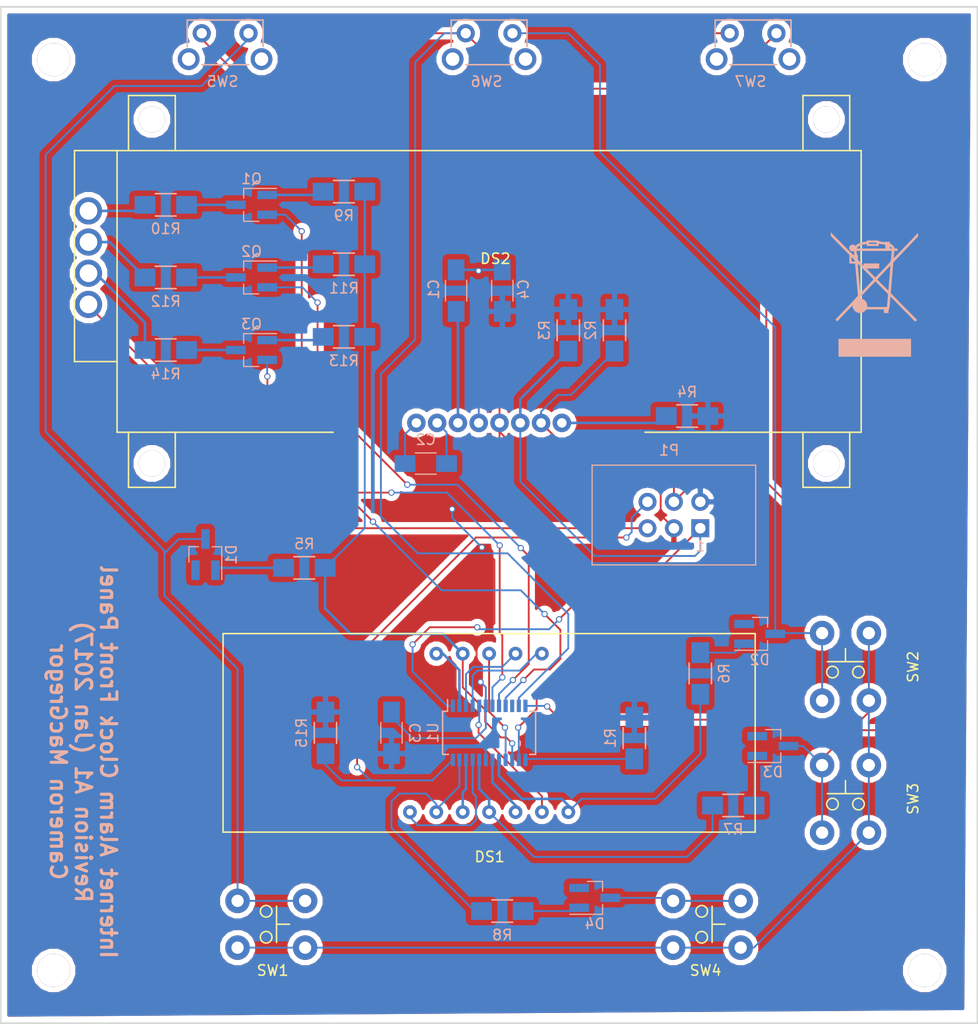
<source format=kicad_pcb>
(kicad_pcb (version 4) (host pcbnew 4.0.5)
  (title_block (title "Alarm Clock Front Panel") (rev A1))
  (layers (0 F.Cu power) (31 B.Cu power) (34 B.Paste user) (35 F.Paste user) (36 B.SilkS user) (37 F.SilkS user) (38 B.Mask user) (39 F.Mask user) (44 Edge.Cuts user))
  (net 0 "")
  (net 1 "Net-(C1-Pad1)")
  (net 2 GND)
  (net 3 "Net-(C2-Pad1)")
  (net 4 "Net-(C2-Pad2)")
  (net 5 +3V3)
  (net 6 "Net-(D1-Pad1)")
  (net 7 "Net-(D1-Pad3)")
  (net 8 "Net-(D2-Pad1)")
  (net 9 "Net-(D2-Pad3)")
  (net 10 "Net-(D3-Pad1)")
  (net 11 "Net-(D3-Pad3)")
  (net 12 "Net-(D4-Pad1)")
  (net 13 "Net-(D4-Pad3)")
  (net 14 /DIG0)
  (net 15 /DIG2)
  (net 16 /SEGA)
  (net 17 /DIG1)
  (net 18 /SEGF)
  (net 19 /SEGE)
  (net 20 /SEGB)
  (net 21 /SEGD)
  (net 22 /DIG3)
  (net 23 /SEGDP)
  (net 24 /SEGG)
  (net 25 /SEGC)
  (net 26 /K-R)
  (net 27 +5V)
  (net 28 "Net-(DS2-Pad1)")
  (net 29 SCL)
  (net 30 SDA)
  (net 31 /K-G)
  (net 32 /K-B)
  (net 33 BUTTONS_IRQ)
  (net 34 "Net-(Q1-Pad1)")
  (net 35 /DIG4)
  (net 36 "Net-(Q1-Pad3)")
  (net 37 "Net-(Q2-Pad1)")
  (net 38 /DIG5)
  (net 39 "Net-(Q2-Pad3)")
  (net 40 "Net-(Q3-Pad1)")
  (net 41 /DIG6)
  (net 42 "Net-(Q3-Pad3)")
  (net 43 "Net-(R1-Pad2)")
  (net 44 /KEYB)
  (net 45 /KEYA)
  (net 46 "Net-(U1-Pad10)")
  (module Capacitors_SMD:C_1206_HandSoldering (layer B.Cu) (at 80.645 46.355 90)
    (fp_text reference C1 (at 0.127 -2.159 90) (layer B.SilkS) (effects (justify mirror)))
    (fp_text value 1uF)
    (pad 1 smd rect (at -2 0 90) (size 2 1.6) (layers B.Cu B.Paste B.Mask) (net 1 "Net-(C1-Pad1)"))
    (pad 2 smd rect (at 2 0 90) (size 2 1.6) (layers B.Cu B.Paste B.Mask) (net 2 GND))
  )
  (module Capacitors_SMD:C_1206_HandSoldering (layer B.Cu) (at 77.724 62.992 180)
    (fp_text reference C2 (at 0 2.3 180) (layer B.SilkS) (effects (justify mirror)))
    (fp_text value 1uF)
    (pad 1 smd rect (at -2 0 180) (size 2 1.6) (layers B.Cu B.Paste B.Mask) (net 3 "Net-(C2-Pad1)"))
    (pad 2 smd rect (at 2 0 180) (size 2 1.6) (layers B.Cu B.Paste B.Mask) (net 4 "Net-(C2-Pad2)"))
  )
  (module Capacitors_SMD:C_1206_HandSoldering (layer B.Cu) (at 74.422 88.9 90)
    (fp_text reference C3 (at 0 2.3 90) (layer B.SilkS) (effects (justify mirror)))
    (fp_text value 10uF)
    (pad 1 smd rect (at -2 0 90) (size 2 1.6) (layers B.Cu B.Paste B.Mask) (net 5 +3V3))
    (pad 2 smd rect (at 2 0 90) (size 2 1.6) (layers B.Cu B.Paste B.Mask) (net 2 GND))
  )
  (module Capacitors_SMD:C_1206_HandSoldering (layer B.Cu) (at 85.09 46.355 270)
    (fp_text reference C4 (at -0.127 -2.032 270) (layer B.SilkS) (effects (justify mirror)))
    (fp_text value 1uF)
    (pad 1 smd rect (at -2 0 270) (size 2 1.6) (layers B.Cu B.Paste B.Mask) (net 2 GND))
    (pad 2 smd rect (at 2 0 270) (size 2 1.6) (layers B.Cu B.Paste B.Mask) (net 5 +3V3))
  )
  (module TO_SOT_Packages_SMD:SOT-23_Handsoldering (layer B.Cu) (at 56.515 71.755 90)
    (fp_text reference D1 (at 0 2.5 90) (layer B.SilkS) (effects (justify mirror)))
    (fp_text value Diode)
    (pad 1 smd rect (at -1.5 0.95 90) (size 1.9 0.8) (layers B.Cu B.Paste B.Mask) (net 6 "Net-(D1-Pad1)"))
    (pad 2 smd rect (at -1.5 -0.95 90) (size 1.9 0.8) (layers B.Cu B.Paste B.Mask))
    (pad 3 smd rect (at 1.5 0 90) (size 1.9 0.8) (layers B.Cu B.Paste B.Mask) (net 7 "Net-(D1-Pad3)"))
  )
  (module TO_SOT_Packages_SMD:SOT-23_Handsoldering (layer B.Cu) (at 109.855 79.375)
    (fp_text reference D2 (at 0 2.5) (layer B.SilkS) (effects (justify mirror)))
    (fp_text value Diode)
    (pad 1 smd rect (at -1.5 0.95) (size 1.9 0.8) (layers B.Cu B.Paste B.Mask) (net 8 "Net-(D2-Pad1)"))
    (pad 2 smd rect (at -1.5 -0.95) (size 1.9 0.8) (layers B.Cu B.Paste B.Mask))
    (pad 3 smd rect (at 1.5 0) (size 1.9 0.8) (layers B.Cu B.Paste B.Mask) (net 9 "Net-(D2-Pad3)"))
  )
  (module TO_SOT_Packages_SMD:SOT-23_Handsoldering (layer B.Cu) (at 111.125 90.17)
    (fp_text reference D3 (at 0 2.5) (layer B.SilkS) (effects (justify mirror)))
    (fp_text value Diode)
    (pad 1 smd rect (at -1.5 0.95) (size 1.9 0.8) (layers B.Cu B.Paste B.Mask) (net 10 "Net-(D3-Pad1)"))
    (pad 2 smd rect (at -1.5 -0.95) (size 1.9 0.8) (layers B.Cu B.Paste B.Mask))
    (pad 3 smd rect (at 1.5 0) (size 1.9 0.8) (layers B.Cu B.Paste B.Mask) (net 11 "Net-(D3-Pad3)"))
  )
  (module TO_SOT_Packages_SMD:SOT-23_Handsoldering (layer B.Cu) (at 93.98 104.775)
    (fp_text reference D4 (at 0 2.5) (layer B.SilkS) (effects (justify mirror)))
    (fp_text value Diode)
    (pad 1 smd rect (at -1.5 0.95) (size 1.9 0.8) (layers B.Cu B.Paste B.Mask) (net 12 "Net-(D4-Pad1)"))
    (pad 2 smd rect (at -1.5 -0.95) (size 1.9 0.8) (layers B.Cu B.Paste B.Mask))
    (pad 3 smd rect (at 1.5 0) (size 1.9 0.8) (layers B.Cu B.Paste B.Mask) (net 13 "Net-(D4-Pad3)"))
  )
  (module alarmclockfrontpanel_footprints:HDSP-B03E (layer F.Cu) (at 83.82 88.9)
    (fp_text reference DS1 (at 0.05 11.93) (layer F.SilkS))
    (fp_text value HDSP-B03E)
    (pad 12 thru_hole circle (at -5.08 -7.62) (size 1.3208 1.3208) (drill 0.6604) (layers *.Cu *.Mask) (net 14 /DIG0))
    (pad 8 thru_hole circle (at 5.08 -7.62) (size 1.3208 1.3208) (drill 0.6604) (layers *.Cu *.Mask) (net 15 /DIG2))
    (pad 11 thru_hole circle (at -2.54 -7.62) (size 1.3208 1.3208) (drill 0.6604) (layers *.Cu *.Mask) (net 16 /SEGA))
    (pad 9 thru_hole circle (at 2.54 -7.62) (size 1.3208 1.3208) (drill 0.6604) (layers *.Cu *.Mask) (net 17 /DIG1))
    (pad 10 thru_hole circle (at 0 -7.62) (size 1.3208 1.3208) (drill 0.6604) (layers *.Cu *.Mask) (net 18 /SEGF))
    (pad 1 thru_hole circle (at -7.62 7.62) (size 1.3208 1.3208) (drill 0.6604) (layers *.Cu *.Mask) (net 19 /SEGE))
    (pad 7 thru_hole circle (at 7.62 7.62) (size 1.3208 1.3208) (drill 0.6604) (layers *.Cu *.Mask) (net 20 /SEGB))
    (pad 2 thru_hole circle (at -5.08 7.62) (size 1.3208 1.3208) (drill 0.6604) (layers *.Cu *.Mask) (net 21 /SEGD))
    (pad 6 thru_hole circle (at 5.08 7.62) (size 1.3208 1.3208) (drill 0.6604) (layers *.Cu *.Mask) (net 22 /DIG3))
    (pad 3 thru_hole circle (at -2.54 7.62) (size 1.3208 1.3208) (drill 0.6604) (layers *.Cu *.Mask) (net 23 /SEGDP))
    (pad 5 thru_hole circle (at 2.54 7.62) (size 1.3208 1.3208) (drill 0.6604) (layers *.Cu *.Mask) (net 24 /SEGG))
    (pad 4 thru_hole circle (at 0 7.62) (size 1.3208 1.3208) (drill 0.6604) (layers *.Cu *.Mask) (net 25 /SEGC))
  )
  (module "alarmclockfrontpanel_footprints:NHD-C0220BIZ-FS(RGB)-FBW-3VM" (layer F.Cu) (at 83.82 43.18)
    (fp_text reference DS2 (at 0.6 0.1) (layer F.SilkS))
    (fp_text value NHD-C0220BiZ-)
    (pad "" thru_hole circle (at 32.45 -13.3) (size 2.5273 2.5273) (drill 2.5273) (layers *.Cu *.Mask))
    (pad "" thru_hole circle (at 32.45 19.8) (size 2.5273 2.5273) (drill 2.5273) (layers *.Cu *.Mask))
    (pad "" thru_hole circle (at -32.45 19.8) (size 2.5273 2.5273) (drill 2.5273) (layers *.Cu *.Mask))
    (pad 10 thru_hole circle (at -38.55 -4.5) (size 2.6162 2.6162) (drill 1.7018) (layers *.Cu *.Mask) (net 26 /K-R))
    (pad 9 thru_hole circle (at -38.55 4.5) (size 2.6162 2.6162) (drill 1.7018) (layers *.Cu *.Mask) (net 27 +5V))
    (pad 1 thru_hole circle (at 7 15.9) (size 1.778 1.778) (drill 0.9144) (layers *.Cu *.Mask) (net 28 "Net-(DS2-Pad1)"))
    (pad 2 thru_hole circle (at 5 15.9) (size 1.778 1.778) (drill 0.9144) (layers *.Cu *.Mask) (net 29 SCL))
    (pad 3 thru_hole circle (at 3 15.9) (size 1.778 1.778) (drill 0.9144) (layers *.Cu *.Mask) (net 30 SDA))
    (pad 4 thru_hole circle (at 1 15.9) (size 1.778 1.778) (drill 0.9144) (layers *.Cu *.Mask) (net 2 GND))
    (pad 5 thru_hole circle (at -1 15.9) (size 1.778 1.778) (drill 0.9144) (layers *.Cu *.Mask) (net 5 +3V3))
    (pad 6 thru_hole circle (at -3 15.9) (size 1.778 1.778) (drill 0.9144) (layers *.Cu *.Mask) (net 1 "Net-(C1-Pad1)"))
    (pad 7 thru_hole circle (at -5 15.9) (size 1.778 1.778) (drill 0.9144) (layers *.Cu *.Mask) (net 3 "Net-(C2-Pad1)"))
    (pad 8 thru_hole circle (at -7 15.9) (size 1.778 1.778) (drill 0.9144) (layers *.Cu *.Mask) (net 4 "Net-(C2-Pad2)"))
    (pad 11 thru_hole circle (at -38.55 -1.5) (size 2.6162 2.6162) (drill 1.7018) (layers *.Cu *.Mask) (net 31 /K-G))
    (pad 12 thru_hole circle (at -38.55 1.5) (size 2.6162 2.6162) (drill 1.7018) (layers *.Cu *.Mask) (net 32 /K-B))
    (pad "" thru_hole circle (at -32.45 -13.3) (size 2.5273 2.5273) (drill 2.5273) (layers *.Cu *.Mask))
  )
  (module Connectors:IDC_Header_Straight_6pins (layer B.Cu) (at 104.14 69.215 180)
    (fp_text reference P1 (at 3 7.5 180) (layer B.SilkS) (effects (justify mirror)))
    (fp_text value CONN_01X06)
    (fp_text user 1 (at 0.02 -1.72 180) (layer B.SilkS) (effects (font (thickness 0.12)) (justify mirror)))
    (pad 1 thru_hole rect (at 0 0 180) (size 1.7272 1.7272) (drill 1.016) (layers *.Cu *.Mask) (net 30 SDA))
    (pad 2 thru_hole oval (at 0 2.54 180) (size 1.7272 1.7272) (drill 1.016) (layers *.Cu *.Mask) (net 5 +3V3))
    (pad 3 thru_hole oval (at 2.54 0 180) (size 1.7272 1.7272) (drill 1.016) (layers *.Cu *.Mask) (net 2 GND))
    (pad 4 thru_hole oval (at 2.54 2.54 180) (size 1.7272 1.7272) (drill 1.016) (layers *.Cu *.Mask) (net 29 SCL))
    (pad 5 thru_hole oval (at 5.08 0 180) (size 1.7272 1.7272) (drill 1.016) (layers *.Cu *.Mask) (net 27 +5V))
    (pad 6 thru_hole oval (at 5.08 2.54 180) (size 1.7272 1.7272) (drill 1.016) (layers *.Cu *.Mask) (net 33 BUTTONS_IRQ))
  )
  (module TO_SOT_Packages_SMD:SOT-23_Handsoldering (layer B.Cu) (at 60.96 38.1 180)
    (fp_text reference Q1 (at 0 2.5 180) (layer B.SilkS) (effects (justify mirror)))
    (fp_text value Q_NPN_BEC)
    (pad 1 smd rect (at -1.5 0.95 180) (size 1.9 0.8) (layers B.Cu B.Paste B.Mask) (net 34 "Net-(Q1-Pad1)"))
    (pad 2 smd rect (at -1.5 -0.95 180) (size 1.9 0.8) (layers B.Cu B.Paste B.Mask) (net 35 /DIG4))
    (pad 3 smd rect (at 1.5 0 180) (size 1.9 0.8) (layers B.Cu B.Paste B.Mask) (net 36 "Net-(Q1-Pad3)"))
  )
  (module TO_SOT_Packages_SMD:SOT-23_Handsoldering (layer B.Cu) (at 60.96 45.085 180)
    (fp_text reference Q2 (at 0 2.5 180) (layer B.SilkS) (effects (justify mirror)))
    (fp_text value Q_NPN_BEC)
    (pad 1 smd rect (at -1.5 0.95 180) (size 1.9 0.8) (layers B.Cu B.Paste B.Mask) (net 37 "Net-(Q2-Pad1)"))
    (pad 2 smd rect (at -1.5 -0.95 180) (size 1.9 0.8) (layers B.Cu B.Paste B.Mask) (net 38 /DIG5))
    (pad 3 smd rect (at 1.5 0 180) (size 1.9 0.8) (layers B.Cu B.Paste B.Mask) (net 39 "Net-(Q2-Pad3)"))
  )
  (module TO_SOT_Packages_SMD:SOT-23_Handsoldering (layer B.Cu) (at 60.96 52.07 180)
    (fp_text reference Q3 (at 0 2.5 180) (layer B.SilkS) (effects (justify mirror)))
    (fp_text value Q_NPN_BEC)
    (pad 1 smd rect (at -1.5 0.95 180) (size 1.9 0.8) (layers B.Cu B.Paste B.Mask) (net 40 "Net-(Q3-Pad1)"))
    (pad 2 smd rect (at -1.5 -0.95 180) (size 1.9 0.8) (layers B.Cu B.Paste B.Mask) (net 41 /DIG6))
    (pad 3 smd rect (at 1.5 0 180) (size 1.9 0.8) (layers B.Cu B.Paste B.Mask) (net 42 "Net-(Q3-Pad3)"))
  )
  (module Resistors_SMD:R_1206_HandSoldering (layer B.Cu) (at 97.79 89.408 270)
    (fp_text reference R1 (at 0 2.3 270) (layer B.SilkS) (effects (justify mirror)))
    (fp_text value 27.4k)
    (pad 1 smd rect (at -2 0 270) (size 2 1.7) (layers B.Cu B.Paste B.Mask) (net 5 +3V3))
    (pad 2 smd rect (at 2 0 270) (size 2 1.7) (layers B.Cu B.Paste B.Mask) (net 43 "Net-(R1-Pad2)"))
  )
  (module Resistors_SMD:R_1206_HandSoldering (layer B.Cu) (at 95.885 50.165 270)
    (fp_text reference R2 (at 0 2.3 270) (layer B.SilkS) (effects (justify mirror)))
    (fp_text value 10k)
    (pad 1 smd rect (at -2 0 270) (size 2 1.7) (layers B.Cu B.Paste B.Mask) (net 5 +3V3))
    (pad 2 smd rect (at 2 0 270) (size 2 1.7) (layers B.Cu B.Paste B.Mask) (net 29 SCL))
  )
  (module Resistors_SMD:R_1206_HandSoldering (layer B.Cu) (at 91.44 50.165 270)
    (fp_text reference R3 (at 0 2.3 270) (layer B.SilkS) (effects (justify mirror)))
    (fp_text value 10k)
    (pad 1 smd rect (at -2 0 270) (size 2 1.7) (layers B.Cu B.Paste B.Mask) (net 5 +3V3))
    (pad 2 smd rect (at 2 0 270) (size 2 1.7) (layers B.Cu B.Paste B.Mask) (net 30 SDA))
  )
  (module Resistors_SMD:R_1206_HandSoldering (layer B.Cu) (at 102.87 58.42 180)
    (fp_text reference R4 (at 0 2.3 180) (layer B.SilkS) (effects (justify mirror)))
    (fp_text value 10k)
    (pad 1 smd rect (at -2 0 180) (size 2 1.7) (layers B.Cu B.Paste B.Mask) (net 5 +3V3))
    (pad 2 smd rect (at 2 0 180) (size 2 1.7) (layers B.Cu B.Paste B.Mask) (net 28 "Net-(DS2-Pad1)"))
  )
  (module Resistors_SMD:R_1206_HandSoldering (layer B.Cu) (at 66.04 73.025 180)
    (fp_text reference R5 (at 0 2.3 180) (layer B.SilkS) (effects (justify mirror)))
    (fp_text value 130)
    (pad 1 smd rect (at -2 0 180) (size 2 1.7) (layers B.Cu B.Paste B.Mask) (net 16 /SEGA))
    (pad 2 smd rect (at 2 0 180) (size 2 1.7) (layers B.Cu B.Paste B.Mask) (net 6 "Net-(D1-Pad1)"))
  )
  (module Resistors_SMD:R_1206_HandSoldering (layer B.Cu) (at 104.14 83.185 90)
    (fp_text reference R6 (at 0 2.3 90) (layer B.SilkS) (effects (justify mirror)))
    (fp_text value 130)
    (pad 1 smd rect (at -2 0 90) (size 2 1.7) (layers B.Cu B.Paste B.Mask) (net 20 /SEGB))
    (pad 2 smd rect (at 2 0 90) (size 2 1.7) (layers B.Cu B.Paste B.Mask) (net 8 "Net-(D2-Pad1)"))
  )
  (module Resistors_SMD:R_1206_HandSoldering (layer B.Cu) (at 107.315 95.885)
    (fp_text reference R7 (at 0 2.3) (layer B.SilkS) (effects (justify mirror)))
    (fp_text value 130)
    (pad 1 smd rect (at -2 0) (size 2 1.7) (layers B.Cu B.Paste B.Mask) (net 25 /SEGC))
    (pad 2 smd rect (at 2 0) (size 2 1.7) (layers B.Cu B.Paste B.Mask) (net 10 "Net-(D3-Pad1)"))
  )
  (module Resistors_SMD:R_1206_HandSoldering (layer B.Cu) (at 85.09 106.045)
    (fp_text reference R8 (at 0 2.3) (layer B.SilkS) (effects (justify mirror)))
    (fp_text value 130)
    (pad 1 smd rect (at -2 0) (size 2 1.7) (layers B.Cu B.Paste B.Mask) (net 21 /SEGD))
    (pad 2 smd rect (at 2 0) (size 2 1.7) (layers B.Cu B.Paste B.Mask) (net 12 "Net-(D4-Pad1)"))
  )
  (module Resistors_SMD:R_1206_HandSoldering (layer B.Cu) (at 69.85 36.83)
    (fp_text reference R9 (at 0 2.3) (layer B.SilkS) (effects (justify mirror)))
    (fp_text value 130)
    (pad 1 smd rect (at -2 0) (size 2 1.7) (layers B.Cu B.Paste B.Mask) (net 34 "Net-(Q1-Pad1)"))
    (pad 2 smd rect (at 2 0) (size 2 1.7) (layers B.Cu B.Paste B.Mask) (net 16 /SEGA))
  )
  (module Resistors_SMD:R_1206_HandSoldering (layer B.Cu) (at 52.705 38.1)
    (fp_text reference R10 (at 0 2.3) (layer B.SilkS) (effects (justify mirror)))
    (fp_text value 287)
    (pad 1 smd rect (at -2 0) (size 2 1.7) (layers B.Cu B.Paste B.Mask) (net 26 /K-R))
    (pad 2 smd rect (at 2 0) (size 2 1.7) (layers B.Cu B.Paste B.Mask) (net 36 "Net-(Q1-Pad3)"))
  )
  (module Resistors_SMD:R_1206_HandSoldering (layer B.Cu) (at 69.85 43.815)
    (fp_text reference R11 (at 0 2.3) (layer B.SilkS) (effects (justify mirror)))
    (fp_text value 130)
    (pad 1 smd rect (at -2 0) (size 2 1.7) (layers B.Cu B.Paste B.Mask) (net 37 "Net-(Q2-Pad1)"))
    (pad 2 smd rect (at 2 0) (size 2 1.7) (layers B.Cu B.Paste B.Mask) (net 16 /SEGA))
  )
  (module Resistors_SMD:R_1206_HandSoldering (layer B.Cu) (at 52.705 45.085)
    (fp_text reference R12 (at 0 2.3) (layer B.SilkS) (effects (justify mirror)))
    (fp_text value 165)
    (pad 1 smd rect (at -2 0) (size 2 1.7) (layers B.Cu B.Paste B.Mask) (net 31 /K-G))
    (pad 2 smd rect (at 2 0) (size 2 1.7) (layers B.Cu B.Paste B.Mask) (net 39 "Net-(Q2-Pad3)"))
  )
  (module Resistors_SMD:R_1206_HandSoldering (layer B.Cu) (at 69.85 50.8)
    (fp_text reference R13 (at 0 2.3) (layer B.SilkS) (effects (justify mirror)))
    (fp_text value 130)
    (pad 1 smd rect (at -2 0) (size 2 1.7) (layers B.Cu B.Paste B.Mask) (net 40 "Net-(Q3-Pad1)"))
    (pad 2 smd rect (at 2 0) (size 2 1.7) (layers B.Cu B.Paste B.Mask) (net 16 /SEGA))
  )
  (module Resistors_SMD:R_1206_HandSoldering (layer B.Cu) (at 52.705 52.07)
    (fp_text reference R14 (at 0 2.3) (layer B.SilkS) (effects (justify mirror)))
    (fp_text value 200)
    (pad 1 smd rect (at -2 0) (size 2 1.7) (layers B.Cu B.Paste B.Mask) (net 32 /K-B))
    (pad 2 smd rect (at 2 0) (size 2 1.7) (layers B.Cu B.Paste B.Mask) (net 42 "Net-(Q3-Pad3)"))
  )
  (module Resistors_SMD:R_1206_HandSoldering (layer B.Cu) (at 68.072 88.9 270)
    (fp_text reference R15 (at 0 2.3 270) (layer B.SilkS) (effects (justify mirror)))
    (fp_text value 10k)
    (pad 1 smd rect (at -2 0 270) (size 2 1.7) (layers B.Cu B.Paste B.Mask) (net 5 +3V3))
    (pad 2 smd rect (at 2 0 270) (size 2 1.7) (layers B.Cu B.Paste B.Mask) (net 33 BUTTONS_IRQ))
  )
  (module alarmclockfrontpanel_footprints:TL1105SPF160Q (layer F.Cu) (at 62.865 107.315)
    (fp_text reference SW1 (at 0.127 4.445) (layer F.SilkS))
    (fp_text value LEFT)
    (pad 2 thru_hole circle (at 3.25 -2.25) (size 2.3622 2.3622) (drill 1.1811) (layers *.Cu *.Mask) (net 7 "Net-(D1-Pad3)"))
    (pad 1 thru_hole circle (at 3.25 2.25) (size 2.3622 2.3622) (drill 1.1811) (layers *.Cu *.Mask) (net 44 /KEYB))
    (pad 1 thru_hole circle (at -3.25 2.25) (size 2.3622 2.3622) (drill 1.1811) (layers *.Cu *.Mask) (net 44 /KEYB))
    (pad 2 thru_hole circle (at -3.25 -2.25) (size 2.3622 2.3622) (drill 1.1811) (layers *.Cu *.Mask) (net 7 "Net-(D1-Pad3)"))
  )
  (module alarmclockfrontpanel_footprints:TL1105SPF160Q (layer F.Cu) (at 118.11 82.55 90)
    (fp_text reference SW2 (at 0 6.5 90) (layer F.SilkS))
    (fp_text value UP)
    (pad 2 thru_hole circle (at 3.25 -2.25 90) (size 2.3622 2.3622) (drill 1.1811) (layers *.Cu *.Mask) (net 9 "Net-(D2-Pad3)"))
    (pad 1 thru_hole circle (at 3.25 2.25 90) (size 2.3622 2.3622) (drill 1.1811) (layers *.Cu *.Mask) (net 44 /KEYB))
    (pad 1 thru_hole circle (at -3.25 2.25 90) (size 2.3622 2.3622) (drill 1.1811) (layers *.Cu *.Mask) (net 44 /KEYB))
    (pad 2 thru_hole circle (at -3.25 -2.25 90) (size 2.3622 2.3622) (drill 1.1811) (layers *.Cu *.Mask) (net 9 "Net-(D2-Pad3)"))
  )
  (module alarmclockfrontpanel_footprints:TL1105SPF160Q (layer F.Cu) (at 118.11 95.25 90)
    (fp_text reference SW3 (at 0 6.5 90) (layer F.SilkS))
    (fp_text value DOWN)
    (pad 2 thru_hole circle (at 3.25 -2.25 90) (size 2.3622 2.3622) (drill 1.1811) (layers *.Cu *.Mask) (net 11 "Net-(D3-Pad3)"))
    (pad 1 thru_hole circle (at 3.25 2.25 90) (size 2.3622 2.3622) (drill 1.1811) (layers *.Cu *.Mask) (net 44 /KEYB))
    (pad 1 thru_hole circle (at -3.25 2.25 90) (size 2.3622 2.3622) (drill 1.1811) (layers *.Cu *.Mask) (net 44 /KEYB))
    (pad 2 thru_hole circle (at -3.25 -2.25 90) (size 2.3622 2.3622) (drill 1.1811) (layers *.Cu *.Mask) (net 11 "Net-(D3-Pad3)"))
  )
  (module alarmclockfrontpanel_footprints:TL1105SPF160Q (layer F.Cu) (at 104.775 107.315)
    (fp_text reference SW4 (at -0.127 4.445) (layer F.SilkS))
    (fp_text value RIGHT)
    (pad 2 thru_hole circle (at 3.25 -2.25) (size 2.3622 2.3622) (drill 1.1811) (layers *.Cu *.Mask) (net 13 "Net-(D4-Pad3)"))
    (pad 1 thru_hole circle (at 3.25 2.25) (size 2.3622 2.3622) (drill 1.1811) (layers *.Cu *.Mask) (net 44 /KEYB))
    (pad 1 thru_hole circle (at -3.25 2.25) (size 2.3622 2.3622) (drill 1.1811) (layers *.Cu *.Mask) (net 44 /KEYB))
    (pad 2 thru_hole circle (at -3.25 -2.25) (size 2.3622 2.3622) (drill 1.1811) (layers *.Cu *.Mask) (net 13 "Net-(D4-Pad3)"))
  )
  (module Buttons_Switches_THT:SW_Tactile_SPST_Angled (layer B.Cu) (at 60.66917 21.59 180)
    (fp_text reference SW5 (at 2.5 -4.65 180) (layer B.SilkS) (effects (justify mirror)))
    (fp_text value "WEATHER (GREEN)")
    (pad "" thru_hole circle (at 5.76 -2.49 180) (size 2.1 2.1) (drill 1.3) (layers *.Cu *.Mask))
    (pad 2 thru_hole circle (at 4.5 0 180) (size 1.75 1.75) (drill 0.99) (layers *.Cu *.Mask) (net 45 /KEYA))
    (pad 1 thru_hole circle (at 0 0 180) (size 1.75 1.75) (drill 0.99) (layers *.Cu *.Mask) (net 7 "Net-(D1-Pad3)"))
    (pad "" thru_hole circle (at -1.25 -2.49 180) (size 2.1 2.1) (drill 1.3) (layers *.Cu *.Mask))
  )
  (module Buttons_Switches_THT:SW_Tactile_SPST_Angled (layer B.Cu) (at 86.06917 21.59 180)
    (fp_text reference SW6 (at 2.5 -4.65 180) (layer B.SilkS) (effects (justify mirror)))
    (fp_text value "TIME (RED)")
    (pad "" thru_hole circle (at 5.76 -2.49 180) (size 2.1 2.1) (drill 1.3) (layers *.Cu *.Mask))
    (pad 2 thru_hole circle (at 4.5 0 180) (size 1.75 1.75) (drill 0.99) (layers *.Cu *.Mask) (net 45 /KEYA))
    (pad 1 thru_hole circle (at 0 0 180) (size 1.75 1.75) (drill 0.99) (layers *.Cu *.Mask) (net 9 "Net-(D2-Pad3)"))
    (pad "" thru_hole circle (at -1.25 -2.49 180) (size 2.1 2.1) (drill 1.3) (layers *.Cu *.Mask))
  )
  (module Buttons_Switches_THT:SW_Tactile_SPST_Angled (layer B.Cu) (at 111.46917 21.59 180)
    (fp_text reference SW7 (at 2.5 -4.65 180) (layer B.SilkS) (effects (justify mirror)))
    (fp_text value "TRANSIT (BLUE)")
    (pad "" thru_hole circle (at 5.76 -2.49 180) (size 2.1 2.1) (drill 1.3) (layers *.Cu *.Mask))
    (pad 2 thru_hole circle (at 4.5 0 180) (size 1.75 1.75) (drill 0.99) (layers *.Cu *.Mask) (net 45 /KEYA))
    (pad 1 thru_hole circle (at 0 0 180) (size 1.75 1.75) (drill 0.99) (layers *.Cu *.Mask) (net 11 "Net-(D3-Pad3)"))
    (pad "" thru_hole circle (at -1.25 -2.49 180) (size 2.1 2.1) (drill 1.3) (layers *.Cu *.Mask))
  )
  (module Housings_SSOP:SSOP-24_3.9x8.7mm_Pitch0.635mm (layer B.Cu) (at 83.82 88.9 270)
    (fp_text reference U1 (at 0 5.4 270) (layer B.SilkS) (effects (justify mirror)))
    (fp_text value AS1115)
    (pad 1 smd rect (at -2.6 3.4925 270) (size 1.2 0.4) (layers B.Cu B.Paste B.Mask) (net 30 SDA))
    (pad 2 smd rect (at -2.6 2.8575 270) (size 1.2 0.4) (layers B.Cu B.Paste B.Mask) (net 14 /DIG0))
    (pad 3 smd rect (at -2.6 2.2225 270) (size 1.2 0.4) (layers B.Cu B.Paste B.Mask) (net 17 /DIG1))
    (pad 4 smd rect (at -2.6 1.5875 270) (size 1.2 0.4) (layers B.Cu B.Paste B.Mask) (net 15 /DIG2))
    (pad 5 smd rect (at -2.6 0.9525 270) (size 1.2 0.4) (layers B.Cu B.Paste B.Mask) (net 22 /DIG3))
    (pad 6 smd rect (at -2.6 0.3175 270) (size 1.2 0.4) (layers B.Cu B.Paste B.Mask) (net 2 GND))
    (pad 7 smd rect (at -2.6 -0.3175 270) (size 1.2 0.4) (layers B.Cu B.Paste B.Mask) (net 35 /DIG4))
    (pad 8 smd rect (at -2.6 -0.9525 270) (size 1.2 0.4) (layers B.Cu B.Paste B.Mask) (net 38 /DIG5))
    (pad 9 smd rect (at -2.6 -1.5875 270) (size 1.2 0.4) (layers B.Cu B.Paste B.Mask) (net 41 /DIG6))
    (pad 10 smd rect (at -2.6 -2.2225 270) (size 1.2 0.4) (layers B.Cu B.Paste B.Mask) (net 46 "Net-(U1-Pad10)"))
    (pad 11 smd rect (at -2.6 -2.8575 270) (size 1.2 0.4) (layers B.Cu B.Paste B.Mask) (net 45 /KEYA))
    (pad 12 smd rect (at -2.6 -3.4925 270) (size 1.2 0.4) (layers B.Cu B.Paste B.Mask) (net 44 /KEYB))
    (pad 13 smd rect (at 2.6 -3.4925 270) (size 1.2 0.4) (layers B.Cu B.Paste B.Mask) (net 43 "Net-(R1-Pad2)"))
    (pad 14 smd rect (at 2.6 -2.8575 270) (size 1.2 0.4) (layers B.Cu B.Paste B.Mask) (net 29 SCL))
    (pad 15 smd rect (at 2.6 -2.2225 270) (size 1.2 0.4) (layers B.Cu B.Paste B.Mask) (net 16 /SEGA))
    (pad 16 smd rect (at 2.6 -1.5875 270) (size 1.2 0.4) (layers B.Cu B.Paste B.Mask) (net 18 /SEGF))
    (pad 17 smd rect (at 2.6 -0.9525 270) (size 1.2 0.4) (layers B.Cu B.Paste B.Mask) (net 20 /SEGB))
    (pad 18 smd rect (at 2.6 -0.3175 270) (size 1.2 0.4) (layers B.Cu B.Paste B.Mask) (net 24 /SEGG))
    (pad 19 smd rect (at 2.6 0.3175 270) (size 1.2 0.4) (layers B.Cu B.Paste B.Mask) (net 5 +3V3))
    (pad 20 smd rect (at 2.6 0.9525 270) (size 1.2 0.4) (layers B.Cu B.Paste B.Mask) (net 25 /SEGC))
    (pad 21 smd rect (at 2.6 1.5875 270) (size 1.2 0.4) (layers B.Cu B.Paste B.Mask) (net 19 /SEGE))
    (pad 22 smd rect (at 2.6 2.2225 270) (size 1.2 0.4) (layers B.Cu B.Paste B.Mask) (net 23 /SEGDP))
    (pad 23 smd rect (at 2.6 2.8575 270) (size 1.2 0.4) (layers B.Cu B.Paste B.Mask) (net 21 /SEGD))
    (pad 24 smd rect (at 2.6 3.4925 270) (size 1.2 0.4) (layers B.Cu B.Paste B.Mask) (net 33 BUTTONS_IRQ))
  )
  (module alarmclockfrontpanel_footprints:M3_screw_hole (layer F.Cu) (at 41.91 24.13)
    (fp_text reference REF** hide)
    (fp_text value M3_screw_hole hide)
    (pad "" thru_hole circle (at 0 0) (size 3.175 3.175) (drill 3.175) (layers *.Cu *.Mask))
  )
  (module alarmclockfrontpanel_footprints:M3_screw_hole (layer F.Cu) (at 125.73 24.13)
    (fp_text reference REF** hide)
    (fp_text value M3_screw_hole hide)
    (pad "" thru_hole circle (at 0 0) (size 3.175 3.175) (drill 3.175) (layers *.Cu *.Mask))
  )
  (module alarmclockfrontpanel_footprints:M3_screw_hole (layer F.Cu) (at 41.91 111.76)
    (fp_text reference REF** hide)
    (fp_text value M3_screw_hole hide)
    (pad "" thru_hole circle (at 0 0) (size 3.175 3.175) (drill 3.175) (layers *.Cu *.Mask))
  )
  (module alarmclockfrontpanel_footprints:M3_screw_hole (layer F.Cu) (at 125.73 111.76)
    (fp_text reference REF** hide)
    (fp_text value M3_screw_hole hide)
    (pad "" thru_hole circle (at 0 0) (size 3.175 3.175) (drill 3.175) (layers *.Cu *.Mask))
  )
  (module Symbols:WEEE-Logo_8.4x12mm_SilkScreen (layer B.Cu) (at 120.904 46.736 180)
    (fp_text reference REF*** hide)
    (fp_text value WEEE-Logo_8.4x12mm_SilkScreen hide)
  )
  (gr_text "Internet Alarm Clock Front Panel\nRevision A1 (Jan 2017)\nCameron MacGregor" (at 44.7675 91.694 270) (layer B.SilkS) (effects (font (size 1.5 1.5) (thickness 0.3)) (justify mirror)))
  (gr_line (start 36.83 116.84) (end 36.83 19.05) (angle 90) (layer Edge.Cuts) (width 0.15))
  (gr_line (start 130.81 116.84) (end 36.83 116.84) (angle 90) (layer Edge.Cuts) (width 0.15))
  (gr_line (start 130.81 19.05) (end 130.81 116.84) (angle 90) (layer Edge.Cuts) (width 0.15))
  (gr_line (start 36.83 19.05) (end 130.81 19.05) (angle 90) (layer Edge.Cuts) (width 0.15))
  (segment (start 80.82 59.08) (end 80.82 48.53) (width 0.25) (layer B.Cu) (net 1))
  (segment (start 80.82 48.53) (end 80.645 48.355) (width 0.25) (layer B.Cu) (net 1))
  (segment (start 83.5025 86.3) (end 83.5025 84.5185) (width 0.1778) (layer B.Cu) (net 2))
  (segment (start 83.5025 84.5185) (end 82.9945 84.0105) (width 0.1778) (layer B.Cu) (net 2))
  (via (at 82.9945 84.0105) (size 0.6) (drill 0.4) (layers F.Cu B.Cu) (net 2))
  (segment (start 82.9945 84.0105) (end 82.6135 83.6295) (width 0.1778) (layer F.Cu) (net 2))
  (segment (start 82.6135 83.6295) (end 82.6135 80.0735) (width 0.1778) (layer F.Cu) (net 2))
  (segment (start 82.6135 80.0735) (end 84.328 78.359) (width 0.1778) (layer F.Cu) (net 2))
  (segment (start 84.328 78.359) (end 84.328 72.263) (width 0.1778) (layer F.Cu) (net 2))
  (segment (start 84.328 72.263) (end 83.1215 71.0565) (width 0.1778) (layer F.Cu) (net 2))
  (via (at 83.1215 71.0565) (size 0.6) (drill 0.4) (layers F.Cu B.Cu) (net 2))
  (segment (start 83.1215 71.0565) (end 80.264 68.199) (width 0.1778) (layer B.Cu) (net 2))
  (segment (start 80.264 68.199) (end 80.264 67.3735) (width 0.1778) (layer B.Cu) (net 2))
  (via (at 80.264 67.3735) (size 0.6) (drill 0.4) (layers F.Cu B.Cu) (net 2))
  (segment (start 80.264 67.3735) (end 84.82 62.8175) (width 0.1778) (layer F.Cu) (net 2))
  (segment (start 84.82 62.8175) (end 84.82 59.08) (width 0.1778) (layer F.Cu) (net 2))
  (segment (start 84.82 59.08) (end 84.82 59.928) (width 0.1778) (layer F.Cu) (net 2))
  (segment (start 84.82 59.928) (end 88.0745 63.1825) (width 0.1778) (layer F.Cu) (net 2))
  (segment (start 88.0745 63.1825) (end 97.7265 63.1825) (width 0.1778) (layer F.Cu) (net 2))
  (segment (start 97.7265 63.1825) (end 100.33 65.786) (width 0.1778) (layer F.Cu) (net 2))
  (segment (start 100.33 65.786) (end 100.33 67.945) (width 0.1778) (layer F.Cu) (net 2))
  (segment (start 100.33 67.945) (end 101.6 69.215) (width 0.1778) (layer F.Cu) (net 2))
  (segment (start 101.6 69.215) (end 101.6 69.6595) (width 0.1778) (layer F.Cu) (net 2))
  (segment (start 84.82 59.08) (end 84.82 57.134) (width 0.1778) (layer F.Cu) (net 2))
  (segment (start 84.82 57.134) (end 82.804 55.118) (width 0.1778) (layer F.Cu) (net 2))
  (segment (start 82.804 55.118) (end 82.804 44.45) (width 0.1778) (layer F.Cu) (net 2))
  (via (at 82.804 44.45) (size 0.6) (drill 0.4) (layers F.Cu B.Cu) (net 2))
  (segment (start 82.804 44.45) (end 82.804 44.355) (width 0.1778) (layer B.Cu) (net 2))
  (segment (start 82.804 44.355) (end 82.804 44.45) (width 0.1778) (layer B.Cu) (net 2))
  (segment (start 82.804 44.45) (end 82.804 44.355) (width 0.1778) (layer B.Cu) (net 2))
  (segment (start 74.422 86.9) (end 74.422 87.376) (width 0.1778) (layer B.Cu) (net 2))
  (segment (start 74.422 87.376) (end 76.454 89.408) (width 0.1778) (layer B.Cu) (net 2))
  (segment (start 76.454 89.408) (end 82.55 89.408) (width 0.1778) (layer B.Cu) (net 2))
  (segment (start 82.55 89.408) (end 83.5025 88.4555) (width 0.1778) (layer B.Cu) (net 2))
  (segment (start 83.5025 88.4555) (end 83.5025 86.3) (width 0.1778) (layer B.Cu) (net 2))
  (segment (start 80.645 44.355) (end 82.804 44.355) (width 0.25) (layer B.Cu) (net 2))
  (segment (start 82.804 44.355) (end 85.09 44.355) (width 0.25) (layer B.Cu) (net 2))
  (segment (start 79.724 62.992) (end 79.724 59.984) (width 0.1778) (layer B.Cu) (net 3))
  (segment (start 79.724 59.984) (end 78.82 59.08) (width 0.1778) (layer B.Cu) (net 3))
  (segment (start 75.724 62.992) (end 75.724 60.176) (width 0.1778) (layer B.Cu) (net 4))
  (segment (start 75.724 60.176) (end 76.82 59.08) (width 0.1778) (layer B.Cu) (net 4))
  (segment (start 85.09 51.816) (end 85.09 48.355) (width 0.1778) (layer B.Cu) (net 5))
  (segment (start 82.82 54.086) (end 85.09 51.816) (width 0.1778) (layer B.Cu) (net 5))
  (segment (start 82.82 59.08) (end 82.82 54.086) (width 0.1778) (layer B.Cu) (net 5))
  (segment (start 74.422 90.9) (end 79.026 90.9) (width 0.1778) (layer B.Cu) (net 5))
  (segment (start 83.5025 90.6145) (end 83.5025 91.5) (width 0.1778) (layer B.Cu) (net 5))
  (segment (start 83.058 90.17) (end 83.5025 90.6145) (width 0.1778) (layer B.Cu) (net 5))
  (segment (start 79.756 90.17) (end 83.058 90.17) (width 0.1778) (layer B.Cu) (net 5))
  (segment (start 79.026 90.9) (end 79.756 90.17) (width 0.1778) (layer B.Cu) (net 5))
  (segment (start 85.28 48.165) (end 95.885 48.165) (width 0.25) (layer B.Cu) (net 5))
  (segment (start 64.04 73.025) (end 57.695 73.025) (width 0.25) (layer B.Cu) (net 6))
  (segment (start 57.695 73.025) (end 57.465 73.255) (width 0.25) (layer B.Cu) (net 6))
  (segment (start 59.615 105.065) (end 66.115 105.065) (width 0.1778) (layer B.Cu) (net 7))
  (segment (start 52.578 71.628) (end 52.578 71.374) (width 0.1778) (layer B.Cu) (net 7))
  (segment (start 52.578 71.374) (end 41.148 59.944) (width 0.1778) (layer B.Cu) (net 7))
  (segment (start 41.148 59.944) (end 41.148 33.274) (width 0.1778) (layer B.Cu) (net 7))
  (segment (start 41.148 33.274) (end 47.752 26.67) (width 0.1778) (layer B.Cu) (net 7))
  (segment (start 47.752 26.67) (end 56.134 26.67) (width 0.1778) (layer B.Cu) (net 7))
  (segment (start 56.134 26.67) (end 60.66917 22.13483) (width 0.1778) (layer B.Cu) (net 7))
  (segment (start 60.66917 22.13483) (end 60.66917 21.59) (width 0.1778) (layer B.Cu) (net 7))
  (segment (start 59.615 105.065) (end 59.615 82.729) (width 0.1778) (layer B.Cu) (net 7))
  (segment (start 53.951 70.255) (end 56.515 70.255) (width 0.1778) (layer B.Cu) (net 7))
  (segment (start 52.578 71.628) (end 53.951 70.255) (width 0.1778) (layer B.Cu) (net 7))
  (segment (start 52.578 75.692) (end 52.578 71.628) (width 0.1778) (layer B.Cu) (net 7))
  (segment (start 59.615 82.729) (end 52.578 75.692) (width 0.1778) (layer B.Cu) (net 7))
  (segment (start 104.14 81.185) (end 107.495 81.185) (width 0.1778) (layer B.Cu) (net 8))
  (segment (start 107.495 81.185) (end 108.355 80.325) (width 0.1778) (layer B.Cu) (net 8))
  (segment (start 111.355 79.375) (end 111.355 49.887) (width 0.1778) (layer B.Cu) (net 9))
  (segment (start 111.355 49.887) (end 94.488 33.02) (width 0.1778) (layer B.Cu) (net 9))
  (segment (start 94.488 33.02) (end 94.488 24.638) (width 0.1778) (layer B.Cu) (net 9))
  (segment (start 94.488 24.638) (end 91.44 21.59) (width 0.1778) (layer B.Cu) (net 9))
  (segment (start 91.44 21.59) (end 86.06917 21.59) (width 0.1778) (layer B.Cu) (net 9))
  (segment (start 115.86 79.3) (end 115.86 85.8) (width 0.1778) (layer B.Cu) (net 9))
  (segment (start 115.86 79.3) (end 111.43 79.3) (width 0.1778) (layer B.Cu) (net 9))
  (segment (start 111.43 79.3) (end 111.355 79.375) (width 0.1778) (layer B.Cu) (net 9))
  (segment (start 109.315 95.885) (end 109.315 91.43) (width 0.1778) (layer B.Cu) (net 10))
  (segment (start 109.315 91.43) (end 109.625 91.12) (width 0.1778) (layer B.Cu) (net 10))
  (segment (start 115.86 92) (end 115.86 91.404) (width 0.1778) (layer F.Cu) (net 11))
  (segment (start 115.86 91.404) (end 118.618 88.646) (width 0.1778) (layer F.Cu) (net 11))
  (segment (start 118.618 88.646) (end 121.158 88.646) (width 0.1778) (layer F.Cu) (net 11))
  (segment (start 121.158 88.646) (end 124.206 85.598) (width 0.1778) (layer F.Cu) (net 11))
  (segment (start 124.206 85.598) (end 124.206 78.486) (width 0.1778) (layer F.Cu) (net 11))
  (segment (start 124.206 78.486) (end 110.49 64.77) (width 0.1778) (layer F.Cu) (net 11))
  (segment (start 110.49 64.77) (end 110.49 22.56917) (width 0.1778) (layer F.Cu) (net 11))
  (segment (start 110.49 22.56917) (end 111.46917 21.59) (width 0.1778) (layer F.Cu) (net 11))
  (segment (start 115.86 98.5) (end 115.86 92) (width 0.1778) (layer B.Cu) (net 11))
  (segment (start 115.86 92) (end 114.03 90.17) (width 0.1778) (layer B.Cu) (net 11))
  (segment (start 114.03 90.17) (end 112.625 90.17) (width 0.1778) (layer B.Cu) (net 11))
  (segment (start 87.09 106.045) (end 92.16 106.045) (width 0.1778) (layer B.Cu) (net 12))
  (segment (start 92.16 106.045) (end 92.48 105.725) (width 0.1778) (layer B.Cu) (net 12))
  (segment (start 108.025 105.065) (end 101.525 105.065) (width 0.1778) (layer B.Cu) (net 13))
  (segment (start 95.48 104.775) (end 101.235 104.775) (width 0.1778) (layer B.Cu) (net 13))
  (segment (start 101.235 104.775) (end 101.525 105.065) (width 0.1778) (layer B.Cu) (net 13))
  (segment (start 78.74 81.28) (end 79.375 81.28) (width 0.25) (layer B.Cu) (net 14))
  (segment (start 79.375 81.28) (end 80.9625 82.8675) (width 0.25) (layer B.Cu) (net 14))
  (segment (start 80.9625 82.8675) (end 80.9625 86.3) (width 0.25) (layer B.Cu) (net 14))
  (segment (start 88.9 81.28) (end 88.392 81.28) (width 0.1778) (layer B.Cu) (net 15))
  (segment (start 88.392 81.28) (end 86.766398 82.905602) (width 0.1778) (layer B.Cu) (net 15))
  (segment (start 86.766398 82.905602) (end 82.702398 82.905602) (width 0.1778) (layer B.Cu) (net 15))
  (segment (start 82.702398 82.905602) (end 82.2325 83.3755) (width 0.1778) (layer B.Cu) (net 15))
  (segment (start 82.2325 83.3755) (end 82.2325 86.3) (width 0.1778) (layer B.Cu) (net 15))
  (segment (start 86.0425 91.5) (end 86.0425 89.9795) (width 0.1778) (layer B.Cu) (net 16))
  (segment (start 86.0425 89.9795) (end 86.0425 89.916) (width 0.1778) (layer B.Cu) (net 16))
  (via (at 86.0425 89.916) (size 0.6) (drill 0.4) (layers F.Cu B.Cu) (net 16))
  (segment (start 86.0425 89.916) (end 85.471 89.3445) (width 0.1778) (layer F.Cu) (net 16))
  (segment (start 85.471 89.3445) (end 84.963 89.3445) (width 0.1778) (layer F.Cu) (net 16))
  (segment (start 84.963 89.3445) (end 83.439 87.8205) (width 0.1778) (layer F.Cu) (net 16))
  (segment (start 83.439 87.8205) (end 83.439 86.6775) (width 0.1778) (layer F.Cu) (net 16))
  (segment (start 83.439 86.6775) (end 81.28 84.5185) (width 0.1778) (layer F.Cu) (net 16))
  (segment (start 81.28 84.5185) (end 81.28 81.28) (width 0.1778) (layer F.Cu) (net 16))
  (segment (start 71.85 50.8) (end 71.85 69.215) (width 0.1778) (layer B.Cu) (net 16))
  (segment (start 71.85 69.215) (end 68.04 73.025) (width 0.1778) (layer B.Cu) (net 16))
  (segment (start 68.04 73.025) (end 68.04 76.93) (width 0.25) (layer B.Cu) (net 16))
  (segment (start 68.04 76.93) (end 70.485 79.375) (width 0.25) (layer B.Cu) (net 16))
  (segment (start 70.485 79.375) (end 79.375 79.375) (width 0.25) (layer B.Cu) (net 16))
  (segment (start 79.375 79.375) (end 81.28 81.28) (width 0.25) (layer B.Cu) (net 16))
  (segment (start 71.85 36.83) (end 71.85 43.815) (width 0.25) (layer B.Cu) (net 16))
  (segment (start 71.85 43.815) (end 71.85 50.8) (width 0.25) (layer B.Cu) (net 16))
  (segment (start 86.36 81.28) (end 85.09 82.55) (width 0.1778) (layer B.Cu) (net 17))
  (segment (start 81.5975 83.2485) (end 81.5975 86.3) (width 0.1778) (layer B.Cu) (net 17))
  (segment (start 82.296 82.55) (end 81.5975 83.2485) (width 0.1778) (layer B.Cu) (net 17))
  (segment (start 85.09 82.55) (end 82.296 82.55) (width 0.1778) (layer B.Cu) (net 17))
  (segment (start 85.4075 91.5) (end 85.4075 88.4555) (width 0.1778) (layer B.Cu) (net 18))
  (segment (start 83.82 86.868) (end 83.82 81.28) (width 0.1778) (layer F.Cu) (net 18))
  (segment (start 85.344 88.392) (end 83.82 86.868) (width 0.1778) (layer F.Cu) (net 18))
  (via (at 85.344 88.392) (size 0.6) (drill 0.4) (layers F.Cu B.Cu) (net 18))
  (segment (start 85.4075 88.4555) (end 85.344 88.392) (width 0.1778) (layer B.Cu) (net 18))
  (segment (start 76.2 96.52) (end 76.2 97.028) (width 0.1778) (layer B.Cu) (net 19))
  (segment (start 76.2 97.028) (end 76.962 97.79) (width 0.1778) (layer B.Cu) (net 19))
  (segment (start 76.962 97.79) (end 82.042 97.79) (width 0.1778) (layer B.Cu) (net 19))
  (segment (start 82.042 97.79) (end 82.55 97.282) (width 0.1778) (layer B.Cu) (net 19))
  (segment (start 82.55 97.282) (end 82.55 94.996) (width 0.1778) (layer B.Cu) (net 19))
  (segment (start 82.55 94.996) (end 82.2325 94.6785) (width 0.1778) (layer B.Cu) (net 19))
  (segment (start 82.2325 94.6785) (end 82.2325 91.5) (width 0.1778) (layer B.Cu) (net 19))
  (segment (start 104.14 85.185) (end 104.14 90.932) (width 0.1778) (layer B.Cu) (net 20))
  (segment (start 92.71 95.25) (end 91.44 96.52) (width 0.1778) (layer B.Cu) (net 20))
  (segment (start 99.822 95.25) (end 92.71 95.25) (width 0.1778) (layer B.Cu) (net 20))
  (segment (start 104.14 90.932) (end 99.822 95.25) (width 0.1778) (layer B.Cu) (net 20))
  (segment (start 91.44 96.52) (end 91.44 95.885) (width 0.25) (layer B.Cu) (net 20))
  (segment (start 91.44 95.885) (end 90.805 95.25) (width 0.25) (layer B.Cu) (net 20))
  (segment (start 90.805 95.25) (end 86.995 95.25) (width 0.25) (layer B.Cu) (net 20))
  (segment (start 86.995 95.25) (end 84.7725 93.0275) (width 0.25) (layer B.Cu) (net 20))
  (segment (start 84.7725 93.0275) (end 84.7725 91.5) (width 0.25) (layer B.Cu) (net 20))
  (segment (start 78.74 96.52) (end 78.74 95.758) (width 0.1778) (layer B.Cu) (net 21))
  (segment (start 74.422 98.044) (end 82.423 106.045) (width 0.1778) (layer B.Cu) (net 21))
  (segment (start 74.422 95.504) (end 74.422 98.044) (width 0.1778) (layer B.Cu) (net 21))
  (segment (start 75.184 94.742) (end 74.422 95.504) (width 0.1778) (layer B.Cu) (net 21))
  (segment (start 77.724 94.742) (end 75.184 94.742) (width 0.1778) (layer B.Cu) (net 21))
  (segment (start 78.74 95.758) (end 77.724 94.742) (width 0.1778) (layer B.Cu) (net 21))
  (segment (start 82.423 106.045) (end 83.09 106.045) (width 0.1778) (layer B.Cu) (net 21))
  (segment (start 78.74 96.52) (end 78.74 96.266) (width 0.1778) (layer B.Cu) (net 21))
  (segment (start 78.74 96.266) (end 80.9625 94.0435) (width 0.1778) (layer B.Cu) (net 21))
  (segment (start 80.9625 94.0435) (end 80.9625 91.5) (width 0.1778) (layer B.Cu) (net 21))
  (segment (start 88.9 96.52) (end 88.9 94.996) (width 0.1778) (layer F.Cu) (net 22))
  (segment (start 82.8675 88.0745) (end 82.8675 86.3) (width 0.1778) (layer B.Cu) (net 22))
  (segment (start 82.804 88.138) (end 82.8675 88.0745) (width 0.1778) (layer B.Cu) (net 22))
  (via (at 82.804 88.138) (size 0.6) (drill 0.4) (layers F.Cu B.Cu) (net 22))
  (segment (start 82.804 88.9) (end 82.804 88.138) (width 0.1778) (layer F.Cu) (net 22))
  (segment (start 88.9 94.996) (end 82.804 88.9) (width 0.1778) (layer F.Cu) (net 22))
  (segment (start 81.28 96.52) (end 81.28 94.615) (width 0.25) (layer B.Cu) (net 23))
  (segment (start 81.5975 94.2975) (end 81.5975 91.5) (width 0.25) (layer B.Cu) (net 23))
  (segment (start 81.28 94.615) (end 81.5975 94.2975) (width 0.25) (layer B.Cu) (net 23))
  (segment (start 86.36 96.52) (end 86.36 95.885) (width 0.25) (layer B.Cu) (net 24))
  (segment (start 86.36 95.885) (end 84.1375 93.6625) (width 0.25) (layer B.Cu) (net 24))
  (segment (start 84.1375 93.6625) (end 84.1375 91.5) (width 0.25) (layer B.Cu) (net 24))
  (segment (start 105.315 95.885) (end 105.315 98.393) (width 0.1778) (layer B.Cu) (net 25))
  (segment (start 88.138 100.838) (end 83.82 96.52) (width 0.1778) (layer B.Cu) (net 25))
  (segment (start 102.87 100.838) (end 88.138 100.838) (width 0.1778) (layer B.Cu) (net 25))
  (segment (start 105.315 98.393) (end 102.87 100.838) (width 0.1778) (layer B.Cu) (net 25))
  (segment (start 83.82 96.52) (end 83.82 95.25) (width 0.25) (layer B.Cu) (net 25))
  (segment (start 82.8675 94.2975) (end 82.8675 91.5) (width 0.25) (layer B.Cu) (net 25))
  (segment (start 83.82 95.25) (end 82.8675 94.2975) (width 0.25) (layer B.Cu) (net 25))
  (segment (start 45.27 38.68) (end 50.125 38.68) (width 0.25) (layer B.Cu) (net 26))
  (segment (start 50.125 38.68) (end 50.705 38.1) (width 0.25) (layer B.Cu) (net 26))
  (segment (start 45.27 47.81) (end 66.675 69.215) (width 0.1778) (layer F.Cu) (net 27))
  (segment (start 66.675 69.215) (end 99.06 69.215) (width 0.1778) (layer F.Cu) (net 27))
  (segment (start 45.27 47.68) (end 45.27 47.81) (width 0.1778) (layer F.Cu) (net 27))
  (segment (start 90.82 59.08) (end 100.21 59.08) (width 0.25) (layer B.Cu) (net 28))
  (segment (start 100.21 59.08) (end 100.87 58.42) (width 0.25) (layer B.Cu) (net 28))
  (segment (start 86.6775 91.5) (end 86.6775 88.4555) (width 0.1778) (layer B.Cu) (net 29))
  (segment (start 86.6775 88.4555) (end 86.614 88.392) (width 0.1778) (layer B.Cu) (net 29))
  (via (at 86.614 88.392) (size 0.6) (drill 0.4) (layers F.Cu B.Cu) (net 29))
  (segment (start 86.614 88.392) (end 88.392 86.614) (width 0.1778) (layer F.Cu) (net 29))
  (segment (start 88.392 86.614) (end 88.392 85.598) (width 0.1778) (layer F.Cu) (net 29))
  (segment (start 88.392 85.598) (end 96.774 77.216) (width 0.1778) (layer F.Cu) (net 29))
  (segment (start 96.774 77.216) (end 105.41 77.216) (width 0.1778) (layer F.Cu) (net 29))
  (segment (start 105.41 77.216) (end 107.95 74.676) (width 0.1778) (layer F.Cu) (net 29))
  (segment (start 107.95 74.676) (end 107.95 66.802) (width 0.1778) (layer F.Cu) (net 29))
  (segment (start 107.95 66.802) (end 105.664 64.516) (width 0.1778) (layer F.Cu) (net 29))
  (segment (start 105.664 64.516) (end 103.759 64.516) (width 0.1778) (layer F.Cu) (net 29))
  (segment (start 103.759 64.516) (end 101.6 66.675) (width 0.1778) (layer F.Cu) (net 29))
  (segment (start 101.6 66.675) (end 101.6 65.024) (width 0.1778) (layer F.Cu) (net 29))
  (segment (start 101.6 65.024) (end 98.298 61.722) (width 0.1778) (layer F.Cu) (net 29))
  (segment (start 98.298 61.722) (end 91.462 61.722) (width 0.1778) (layer F.Cu) (net 29))
  (segment (start 91.462 61.722) (end 88.82 59.08) (width 0.1778) (layer F.Cu) (net 29))
  (segment (start 95.885 52.165) (end 95.885 52.197) (width 0.1778) (layer B.Cu) (net 29))
  (segment (start 95.885 52.197) (end 91.694 56.388) (width 0.1778) (layer B.Cu) (net 29))
  (segment (start 91.694 56.388) (end 90.424 56.388) (width 0.1778) (layer B.Cu) (net 29))
  (segment (start 90.424 56.388) (end 88.82 57.992) (width 0.1778) (layer B.Cu) (net 29))
  (segment (start 88.82 57.992) (end 88.82 59.08) (width 0.1778) (layer B.Cu) (net 29))
  (segment (start 88.82 59.08) (end 88.97 59.08) (width 0.25) (layer B.Cu) (net 29))
  (segment (start 80.3275 86.3) (end 79.7595 86.3) (width 0.1778) (layer B.Cu) (net 30))
  (segment (start 79.7595 86.3) (end 76.454 82.9945) (width 0.1778) (layer B.Cu) (net 30))
  (segment (start 76.454 82.9945) (end 76.454 80.391) (width 0.1778) (layer B.Cu) (net 30))
  (via (at 76.454 80.391) (size 0.6) (drill 0.4) (layers F.Cu B.Cu) (net 30))
  (segment (start 76.454 80.391) (end 78.105 78.74) (width 0.1778) (layer F.Cu) (net 30))
  (segment (start 78.105 78.74) (end 82.677 78.74) (width 0.1778) (layer F.Cu) (net 30))
  (via (at 82.677 78.74) (size 0.6) (drill 0.4) (layers F.Cu B.Cu) (net 30))
  (segment (start 82.677 78.74) (end 82.8675 78.9305) (width 0.1778) (layer B.Cu) (net 30))
  (segment (start 82.8675 78.9305) (end 89.5985 78.9305) (width 0.1778) (layer B.Cu) (net 30))
  (segment (start 89.5985 78.9305) (end 90.551 77.978) (width 0.1778) (layer B.Cu) (net 30))
  (via (at 90.551 77.978) (size 0.6) (drill 0.4) (layers F.Cu B.Cu) (net 30))
  (segment (start 90.551 77.978) (end 94.107 74.422) (width 0.1778) (layer F.Cu) (net 30))
  (segment (start 94.107 74.422) (end 98.933 74.422) (width 0.1778) (layer F.Cu) (net 30))
  (segment (start 98.933 74.422) (end 104.14 69.215) (width 0.1778) (layer F.Cu) (net 30))
  (segment (start 104.14 69.215) (end 104.14 71.374) (width 0.1778) (layer B.Cu) (net 30))
  (segment (start 104.14 71.374) (end 103.632 71.882) (width 0.1778) (layer B.Cu) (net 30))
  (segment (start 103.632 71.882) (end 93.98 71.882) (width 0.1778) (layer B.Cu) (net 30))
  (segment (start 93.98 71.882) (end 86.82 64.722) (width 0.1778) (layer B.Cu) (net 30))
  (segment (start 86.82 64.722) (end 86.82 59.08) (width 0.1778) (layer B.Cu) (net 30))
  (segment (start 86.82 59.08) (end 86.82 56.785) (width 0.25) (layer B.Cu) (net 30))
  (segment (start 86.82 56.785) (end 91.44 52.165) (width 0.25) (layer B.Cu) (net 30))
  (segment (start 45.27 41.68) (end 47.3 41.68) (width 0.25) (layer B.Cu) (net 31))
  (segment (start 47.3 41.68) (end 50.705 45.085) (width 0.25) (layer B.Cu) (net 31))
  (segment (start 45.27 44.68) (end 45.95 44.68) (width 0.25) (layer B.Cu) (net 32))
  (segment (start 45.95 44.68) (end 50.705 49.435) (width 0.25) (layer B.Cu) (net 32))
  (segment (start 50.705 49.435) (end 50.705 52.07) (width 0.25) (layer B.Cu) (net 32))
  (segment (start 73.406 93.472) (end 72.39 93.472) (width 0.1778) (layer B.Cu) (net 33))
  (segment (start 72.39 93.472) (end 71.12 92.202) (width 0.1778) (layer B.Cu) (net 33))
  (via (at 71.12 92.202) (size 0.6) (drill 0.4) (layers F.Cu B.Cu) (net 33))
  (segment (start 71.12 92.202) (end 71.12 81.534) (width 0.1778) (layer F.Cu) (net 33))
  (segment (start 71.12 81.534) (end 82.55 70.104) (width 0.1778) (layer F.Cu) (net 33))
  (segment (start 82.55 70.104) (end 97.028 70.104) (width 0.1778) (layer F.Cu) (net 33))
  (via (at 97.028 70.104) (size 0.6) (drill 0.4) (layers F.Cu B.Cu) (net 33))
  (segment (start 97.028 70.104) (end 97.536 69.596) (width 0.1778) (layer B.Cu) (net 33))
  (segment (start 97.536 69.596) (end 97.536 68.199) (width 0.1778) (layer B.Cu) (net 33))
  (segment (start 97.536 68.199) (end 99.06 66.675) (width 0.1778) (layer B.Cu) (net 33))
  (segment (start 68.072 90.9) (end 68.072 91.948) (width 0.1778) (layer B.Cu) (net 33))
  (segment (start 78.3555 93.472) (end 80.3275 91.5) (width 0.1778) (layer B.Cu) (net 33))
  (segment (start 69.596 93.472) (end 73.406 93.472) (width 0.1778) (layer B.Cu) (net 33))
  (segment (start 73.406 93.472) (end 78.3555 93.472) (width 0.1778) (layer B.Cu) (net 33))
  (segment (start 68.072 91.948) (end 69.596 93.472) (width 0.1778) (layer B.Cu) (net 33))
  (segment (start 62.46 37.15) (end 67.53 37.15) (width 0.25) (layer B.Cu) (net 34))
  (segment (start 67.53 37.15) (end 67.85 36.83) (width 0.25) (layer B.Cu) (net 34))
  (segment (start 84.1375 86.3) (end 84.1375 84.5185) (width 0.1778) (layer B.Cu) (net 35))
  (segment (start 84.1375 84.5185) (end 85.09 83.566) (width 0.1778) (layer B.Cu) (net 35))
  (via (at 85.09 83.566) (size 0.6) (drill 0.4) (layers F.Cu B.Cu) (net 35))
  (segment (start 85.09 83.566) (end 85.09 79.502) (width 0.1778) (layer F.Cu) (net 35))
  (segment (start 85.09 79.502) (end 84.836 79.248) (width 0.1778) (layer F.Cu) (net 35))
  (segment (start 84.836 79.248) (end 84.836 70.866) (width 0.1778) (layer F.Cu) (net 35))
  (via (at 84.836 70.866) (size 0.6) (drill 0.4) (layers F.Cu B.Cu) (net 35))
  (segment (start 84.836 70.866) (end 79.756 65.786) (width 0.1778) (layer B.Cu) (net 35))
  (segment (start 79.756 65.786) (end 74.422 65.786) (width 0.1778) (layer B.Cu) (net 35))
  (via (at 74.422 65.786) (size 0.6) (drill 0.4) (layers F.Cu B.Cu) (net 35))
  (segment (start 74.422 65.786) (end 71.12 65.786) (width 0.1778) (layer F.Cu) (net 35))
  (segment (start 71.12 65.786) (end 65.786 60.452) (width 0.1778) (layer F.Cu) (net 35))
  (segment (start 65.786 60.452) (end 65.786 40.64) (width 0.1778) (layer F.Cu) (net 35))
  (via (at 65.786 40.64) (size 0.6) (drill 0.4) (layers F.Cu B.Cu) (net 35))
  (segment (start 65.786 40.64) (end 64.196 39.05) (width 0.1778) (layer B.Cu) (net 35))
  (segment (start 64.196 39.05) (end 62.46 39.05) (width 0.1778) (layer B.Cu) (net 35))
  (segment (start 54.705 38.1) (end 59.46 38.1) (width 0.25) (layer B.Cu) (net 36))
  (segment (start 62.46 44.135) (end 67.53 44.135) (width 0.25) (layer B.Cu) (net 37))
  (segment (start 67.53 44.135) (end 67.85 43.815) (width 0.25) (layer B.Cu) (net 37))
  (segment (start 65.847 46.035) (end 62.46 46.035) (width 0.1778) (layer B.Cu) (net 38))
  (segment (start 67.31 47.498) (end 65.847 46.035) (width 0.1778) (layer B.Cu) (net 38))
  (via (at 67.31 47.498) (size 0.6) (drill 0.4) (layers F.Cu B.Cu) (net 38))
  (segment (start 67.31 56.388) (end 67.31 47.498) (width 0.1778) (layer F.Cu) (net 38))
  (segment (start 75.946 65.024) (end 67.31 56.388) (width 0.1778) (layer F.Cu) (net 38))
  (via (at 75.946 65.024) (size 0.6) (drill 0.4) (layers F.Cu B.Cu) (net 38))
  (segment (start 80.772 65.024) (end 75.946 65.024) (width 0.1778) (layer B.Cu) (net 38))
  (segment (start 86.868 71.12) (end 80.772 65.024) (width 0.1778) (layer B.Cu) (net 38))
  (via (at 86.868 71.12) (size 0.6) (drill 0.4) (layers F.Cu B.Cu) (net 38))
  (segment (start 87.63 71.882) (end 86.868 71.12) (width 0.1778) (layer F.Cu) (net 38))
  (segment (start 87.63 82.296) (end 87.63 71.882) (width 0.1778) (layer F.Cu) (net 38))
  (segment (start 86.106 83.82) (end 87.63 82.296) (width 0.1778) (layer F.Cu) (net 38))
  (via (at 86.106 83.82) (size 0.6) (drill 0.4) (layers F.Cu B.Cu) (net 38))
  (segment (start 84.7725 85.1535) (end 86.106 83.82) (width 0.1778) (layer B.Cu) (net 38))
  (segment (start 84.7725 86.3) (end 84.7725 85.1535) (width 0.1778) (layer B.Cu) (net 38))
  (segment (start 54.705 45.085) (end 59.46 45.085) (width 0.25) (layer B.Cu) (net 39))
  (segment (start 62.46 51.12) (end 67.53 51.12) (width 0.25) (layer B.Cu) (net 40))
  (segment (start 67.53 51.12) (end 67.85 50.8) (width 0.25) (layer B.Cu) (net 40))
  (segment (start 85.4075 86.3) (end 85.4075 85.5345) (width 0.1778) (layer B.Cu) (net 41))
  (segment (start 85.4075 85.5345) (end 87.122 83.82) (width 0.1778) (layer B.Cu) (net 41))
  (via (at 87.122 83.82) (size 0.6) (drill 0.4) (layers F.Cu B.Cu) (net 41))
  (segment (start 87.122 83.82) (end 88.138 82.804) (width 0.1778) (layer F.Cu) (net 41))
  (segment (start 88.138 82.804) (end 89.662 82.804) (width 0.1778) (layer F.Cu) (net 41))
  (segment (start 89.662 82.804) (end 90.678 81.788) (width 0.1778) (layer F.Cu) (net 41))
  (segment (start 90.678 81.788) (end 90.678 78.994) (width 0.1778) (layer F.Cu) (net 41))
  (segment (start 90.678 78.994) (end 89.154 77.47) (width 0.1778) (layer F.Cu) (net 41))
  (via (at 89.154 77.47) (size 0.6) (drill 0.4) (layers F.Cu B.Cu) (net 41))
  (segment (start 89.154 77.47) (end 86.868 75.184) (width 0.1778) (layer B.Cu) (net 41))
  (segment (start 86.868 75.184) (end 79.248 75.184) (width 0.1778) (layer B.Cu) (net 41))
  (segment (start 79.248 75.184) (end 72.644 68.58) (width 0.1778) (layer B.Cu) (net 41))
  (via (at 72.644 68.58) (size 0.6) (drill 0.4) (layers F.Cu B.Cu) (net 41))
  (segment (start 72.644 68.58) (end 62.484 58.42) (width 0.1778) (layer F.Cu) (net 41))
  (segment (start 62.484 58.42) (end 62.484 54.61) (width 0.1778) (layer F.Cu) (net 41))
  (via (at 62.484 54.61) (size 0.6) (drill 0.4) (layers F.Cu B.Cu) (net 41))
  (segment (start 62.484 54.61) (end 62.46 54.586) (width 0.1778) (layer B.Cu) (net 41))
  (segment (start 62.46 54.586) (end 62.46 53.02) (width 0.1778) (layer B.Cu) (net 41))
  (segment (start 54.705 52.07) (end 59.46 52.07) (width 0.25) (layer B.Cu) (net 42))
  (segment (start 97.79 91.408) (end 87.4045 91.408) (width 0.1778) (layer B.Cu) (net 43))
  (segment (start 87.4045 91.408) (end 87.3125 91.5) (width 0.1778) (layer B.Cu) (net 43))
  (segment (start 97.755 91.373) (end 97.79 91.408) (width 0.25) (layer B.Cu) (net 43))
  (segment (start 120.36 85.8) (end 120.36 86.904) (width 0.1778) (layer F.Cu) (net 44))
  (segment (start 120.36 86.904) (end 119.634 87.63) (width 0.1778) (layer F.Cu) (net 44))
  (segment (start 89.348 86.3) (end 87.3125 86.3) (width 0.1778) (layer B.Cu) (net 44))
  (segment (start 89.408 86.36) (end 89.348 86.3) (width 0.1778) (layer B.Cu) (net 44))
  (via (at 89.408 86.36) (size 0.6) (drill 0.4) (layers F.Cu B.Cu) (net 44))
  (segment (start 90.678 87.63) (end 89.408 86.36) (width 0.1778) (layer F.Cu) (net 44))
  (segment (start 119.634 87.63) (end 90.678 87.63) (width 0.1778) (layer F.Cu) (net 44))
  (segment (start 101.525 109.565) (end 108.025 109.565) (width 0.1778) (layer B.Cu) (net 44))
  (segment (start 101.525 109.565) (end 66.115 109.565) (width 0.1778) (layer B.Cu) (net 44))
  (segment (start 66.115 109.565) (end 59.615 109.565) (width 0.1778) (layer B.Cu) (net 44))
  (segment (start 120.36 92) (end 120.36 98.5) (width 0.1778) (layer B.Cu) (net 44))
  (segment (start 120.36 98.5) (end 109.295 109.565) (width 0.1778) (layer B.Cu) (net 44))
  (segment (start 109.295 109.565) (end 101.525 109.565) (width 0.1778) (layer B.Cu) (net 44))
  (segment (start 120.36 85.8) (end 120.36 92) (width 0.1778) (layer B.Cu) (net 44))
  (segment (start 120.36 79.3) (end 120.36 85.8) (width 0.1778) (layer B.Cu) (net 44))
  (segment (start 86.6775 86.3) (end 86.6775 85.5345) (width 0.1778) (layer B.Cu) (net 45))
  (segment (start 79.502 21.59) (end 81.56917 21.59) (width 0.1778) (layer B.Cu) (net 45))
  (segment (start 76.708 24.384) (end 79.502 21.59) (width 0.1778) (layer B.Cu) (net 45))
  (segment (start 76.708 51.054) (end 76.708 24.384) (width 0.1778) (layer B.Cu) (net 45))
  (segment (start 73.406 54.356) (end 76.708 51.054) (width 0.1778) (layer B.Cu) (net 45))
  (segment (start 73.406 68.072) (end 73.406 54.356) (width 0.1778) (layer B.Cu) (net 45))
  (segment (start 76.962 71.628) (end 73.406 68.072) (width 0.1778) (layer B.Cu) (net 45))
  (segment (start 85.598 71.628) (end 76.962 71.628) (width 0.1778) (layer B.Cu) (net 45))
  (segment (start 91.44 77.47) (end 85.598 71.628) (width 0.1778) (layer B.Cu) (net 45))
  (segment (start 91.44 80.772) (end 91.44 77.47) (width 0.1778) (layer B.Cu) (net 45))
  (segment (start 86.6775 85.5345) (end 91.44 80.772) (width 0.1778) (layer B.Cu) (net 45))
  (segment (start 81.56917 21.59) (end 81.56917 21.62517) (width 0.1778) (layer F.Cu) (net 45))
  (segment (start 81.56917 21.62517) (end 86.868 26.924) (width 0.1778) (layer F.Cu) (net 45))
  (segment (start 103.632 21.59) (end 106.96917 21.59) (width 0.1778) (layer F.Cu) (net 45))
  (segment (start 98.298 26.924) (end 103.632 21.59) (width 0.1778) (layer F.Cu) (net 45))
  (segment (start 86.868 26.924) (end 98.298 26.924) (width 0.1778) (layer F.Cu) (net 45))
  (segment (start 56.16917 21.59) (end 56.16917 22.13317) (width 0.1778) (layer F.Cu) (net 45))
  (segment (start 56.16917 22.13317) (end 60.706 26.67) (width 0.1778) (layer F.Cu) (net 45))
  (segment (start 60.706 26.67) (end 72.644 26.67) (width 0.1778) (layer F.Cu) (net 45))
  (segment (start 72.644 26.67) (end 77.724 21.59) (width 0.1778) (layer F.Cu) (net 45))
  (segment (start 77.724 21.59) (end 81.56917 21.59) (width 0.1778) (layer F.Cu) (net 45))
  (zone (net 2) (net_name GND) (layer F.Cu) (connect_pads (clearance 0.508)) (min_thickness 0.254) (fill yes (arc_segments 16) (thermal_gap 0.508) (thermal_bridge_width 0.508))
    (polygon (pts (xy 37.465 116.205) (xy 37.465 19.685) (xy 130.175 19.685) (xy 129.54 115.57)))
  )
  (zone (net 5) (net_name +3V3) (layer B.Cu) (connect_pads (clearance 0.508)) (min_thickness 0.254) (fill yes (arc_segments 16) (thermal_gap 0.508) (thermal_bridge_width 0.508))
    (polygon (pts (xy 37.465 116.205) (xy 37.465 19.685) (xy 130.175 19.685) (xy 129.54 115.57)))
  )
)
</source>
